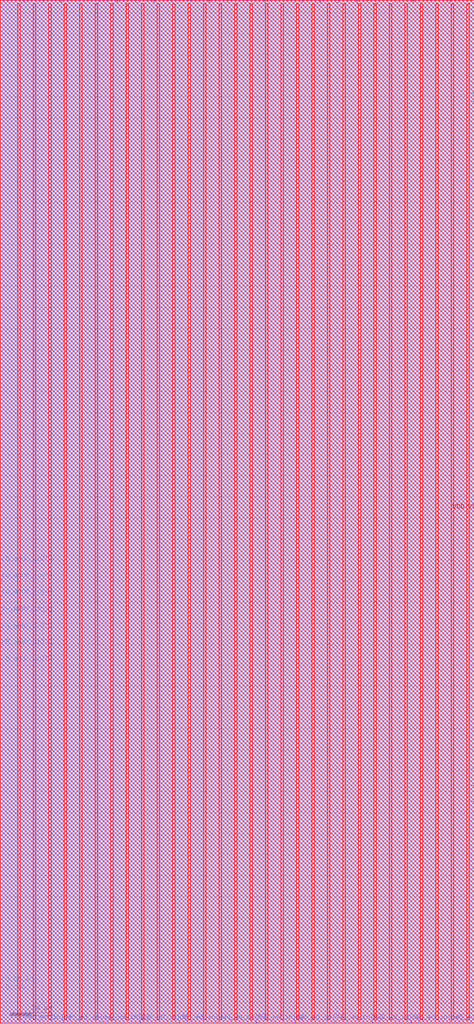
<source format=lef>
# Generated by OpenFakeRAM
VERSION 5.7 ;
BUSBITCHARS "[]" ;
PROPERTYDEFINITIONS
  MACRO width INTEGER ;
  MACRO depth INTEGER ;
  MACRO banks INTEGER ;
END PROPERTYDEFINITIONS
MACRO fakeram_1rw1r_12w128d_sram
  PROPERTY width 12 ;
  PROPERTY depth 128 ;
  PROPERTY banks 1 ;
  FOREIGN fakeram_1rw1r_12w128d_sram 0 0 ;
  SYMMETRY X Y R90 ;
  SIZE 225.400 BY 485.920 ;
  CLASS BLOCK ;
  PIN r0_clk
    DIRECTION INPUT ;
    USE SIGNAL ;
    SHAPE ABUTMENT ;
    PORT
      LAYER met3 ;
      RECT 0.000 14.810 0.800 15.110 ;
    END
  END r0_clk
  PIN r0_ce_in
    DIRECTION INPUT ;
    USE SIGNAL ;
    SHAPE ABUTMENT ;
    PORT
      LAYER met3 ;
      RECT 0.000 18.890 0.800 19.190 ;
    END
  END r0_ce_in
  PIN r0_addr_in[0]
    DIRECTION INPUT ;
    USE SIGNAL ;
    SHAPE ABUTMENT ;
    PORT
      LAYER met3 ;
      RECT 0.000 170.530 0.800 170.830 ;
    END
  END r0_addr_in[0]
  PIN r0_addr_in[1]
    DIRECTION INPUT ;
    USE SIGNAL ;
    SHAPE ABUTMENT ;
    PORT
      LAYER met3 ;
      RECT 0.000 178.690 0.800 178.990 ;
    END
  END r0_addr_in[1]
  PIN r0_addr_in[2]
    DIRECTION INPUT ;
    USE SIGNAL ;
    SHAPE ABUTMENT ;
    PORT
      LAYER met3 ;
      RECT 0.000 186.170 0.800 186.470 ;
    END
  END r0_addr_in[2]
  PIN r0_addr_in[3]
    DIRECTION INPUT ;
    USE SIGNAL ;
    SHAPE ABUTMENT ;
    PORT
      LAYER met3 ;
      RECT 0.000 194.330 0.800 194.630 ;
    END
  END r0_addr_in[3]
  PIN r0_addr_in[4]
    DIRECTION INPUT ;
    USE SIGNAL ;
    SHAPE ABUTMENT ;
    PORT
      LAYER met3 ;
      RECT 0.000 202.490 0.800 202.790 ;
    END
  END r0_addr_in[4]
  PIN r0_addr_in[5]
    DIRECTION INPUT ;
    USE SIGNAL ;
    SHAPE ABUTMENT ;
    PORT
      LAYER met3 ;
      RECT 0.000 209.970 0.800 210.270 ;
    END
  END r0_addr_in[5]
  PIN r0_addr_in[6]
    DIRECTION INPUT ;
    USE SIGNAL ;
    SHAPE ABUTMENT ;
    PORT
      LAYER met3 ;
      RECT 0.000 218.130 0.800 218.430 ;
    END
  END r0_addr_in[6]
  PIN rw0_rd_out[0]
    DIRECTION OUTPUT ;
    USE SIGNAL ;
    SHAPE ABUTMENT ;
    PORT
      LAYER met2 ;
      RECT 11.350 485.120 11.650 485.920 ;
    END
  END rw0_rd_out[0]
  PIN r0_rd_out[0]
    DIRECTION OUTPUT ;
    USE SIGNAL ;
    SHAPE ABUTMENT ;
    PORT
      LAYER met2 ;
      RECT 20.090 485.120 20.390 485.920 ;
    END
  END r0_rd_out[0]
  PIN rw0_rd_out[1]
    DIRECTION OUTPUT ;
    USE SIGNAL ;
    SHAPE ABUTMENT ;
    PORT
      LAYER met2 ;
      RECT 28.830 485.120 29.130 485.920 ;
    END
  END rw0_rd_out[1]
  PIN r0_rd_out[1]
    DIRECTION OUTPUT ;
    USE SIGNAL ;
    SHAPE ABUTMENT ;
    PORT
      LAYER met2 ;
      RECT 37.570 485.120 37.870 485.920 ;
    END
  END r0_rd_out[1]
  PIN rw0_rd_out[2]
    DIRECTION OUTPUT ;
    USE SIGNAL ;
    SHAPE ABUTMENT ;
    PORT
      LAYER met2 ;
      RECT 46.770 485.120 47.070 485.920 ;
    END
  END rw0_rd_out[2]
  PIN r0_rd_out[2]
    DIRECTION OUTPUT ;
    USE SIGNAL ;
    SHAPE ABUTMENT ;
    PORT
      LAYER met2 ;
      RECT 55.510 485.120 55.810 485.920 ;
    END
  END r0_rd_out[2]
  PIN rw0_rd_out[3]
    DIRECTION OUTPUT ;
    USE SIGNAL ;
    SHAPE ABUTMENT ;
    PORT
      LAYER met2 ;
      RECT 64.250 485.120 64.550 485.920 ;
    END
  END rw0_rd_out[3]
  PIN r0_rd_out[3]
    DIRECTION OUTPUT ;
    USE SIGNAL ;
    SHAPE ABUTMENT ;
    PORT
      LAYER met2 ;
      RECT 72.990 485.120 73.290 485.920 ;
    END
  END r0_rd_out[3]
  PIN rw0_rd_out[4]
    DIRECTION OUTPUT ;
    USE SIGNAL ;
    SHAPE ABUTMENT ;
    PORT
      LAYER met2 ;
      RECT 81.730 485.120 82.030 485.920 ;
    END
  END rw0_rd_out[4]
  PIN r0_rd_out[4]
    DIRECTION OUTPUT ;
    USE SIGNAL ;
    SHAPE ABUTMENT ;
    PORT
      LAYER met2 ;
      RECT 90.470 485.120 90.770 485.920 ;
    END
  END r0_rd_out[4]
  PIN rw0_rd_out[5]
    DIRECTION OUTPUT ;
    USE SIGNAL ;
    SHAPE ABUTMENT ;
    PORT
      LAYER met2 ;
      RECT 99.210 485.120 99.510 485.920 ;
    END
  END rw0_rd_out[5]
  PIN r0_rd_out[5]
    DIRECTION OUTPUT ;
    USE SIGNAL ;
    SHAPE ABUTMENT ;
    PORT
      LAYER met2 ;
      RECT 107.950 485.120 108.250 485.920 ;
    END
  END r0_rd_out[5]
  PIN rw0_rd_out[6]
    DIRECTION OUTPUT ;
    USE SIGNAL ;
    SHAPE ABUTMENT ;
    PORT
      LAYER met2 ;
      RECT 117.150 485.120 117.450 485.920 ;
    END
  END rw0_rd_out[6]
  PIN r0_rd_out[6]
    DIRECTION OUTPUT ;
    USE SIGNAL ;
    SHAPE ABUTMENT ;
    PORT
      LAYER met2 ;
      RECT 125.890 485.120 126.190 485.920 ;
    END
  END r0_rd_out[6]
  PIN rw0_rd_out[7]
    DIRECTION OUTPUT ;
    USE SIGNAL ;
    SHAPE ABUTMENT ;
    PORT
      LAYER met2 ;
      RECT 134.630 485.120 134.930 485.920 ;
    END
  END rw0_rd_out[7]
  PIN r0_rd_out[7]
    DIRECTION OUTPUT ;
    USE SIGNAL ;
    SHAPE ABUTMENT ;
    PORT
      LAYER met2 ;
      RECT 143.370 485.120 143.670 485.920 ;
    END
  END r0_rd_out[7]
  PIN rw0_rd_out[8]
    DIRECTION OUTPUT ;
    USE SIGNAL ;
    SHAPE ABUTMENT ;
    PORT
      LAYER met2 ;
      RECT 152.110 485.120 152.410 485.920 ;
    END
  END rw0_rd_out[8]
  PIN r0_rd_out[8]
    DIRECTION OUTPUT ;
    USE SIGNAL ;
    SHAPE ABUTMENT ;
    PORT
      LAYER met2 ;
      RECT 160.850 485.120 161.150 485.920 ;
    END
  END r0_rd_out[8]
  PIN rw0_rd_out[9]
    DIRECTION OUTPUT ;
    USE SIGNAL ;
    SHAPE ABUTMENT ;
    PORT
      LAYER met2 ;
      RECT 169.590 485.120 169.890 485.920 ;
    END
  END rw0_rd_out[9]
  PIN r0_rd_out[9]
    DIRECTION OUTPUT ;
    USE SIGNAL ;
    SHAPE ABUTMENT ;
    PORT
      LAYER met2 ;
      RECT 178.330 485.120 178.630 485.920 ;
    END
  END r0_rd_out[9]
  PIN rw0_rd_out[10]
    DIRECTION OUTPUT ;
    USE SIGNAL ;
    SHAPE ABUTMENT ;
    PORT
      LAYER met2 ;
      RECT 187.530 485.120 187.830 485.920 ;
    END
  END rw0_rd_out[10]
  PIN r0_rd_out[10]
    DIRECTION OUTPUT ;
    USE SIGNAL ;
    SHAPE ABUTMENT ;
    PORT
      LAYER met2 ;
      RECT 196.270 485.120 196.570 485.920 ;
    END
  END r0_rd_out[10]
  PIN rw0_rd_out[11]
    DIRECTION OUTPUT ;
    USE SIGNAL ;
    SHAPE ABUTMENT ;
    PORT
      LAYER met2 ;
      RECT 205.010 485.120 205.310 485.920 ;
    END
  END rw0_rd_out[11]
  PIN r0_rd_out[11]
    DIRECTION OUTPUT ;
    USE SIGNAL ;
    SHAPE ABUTMENT ;
    PORT
      LAYER met2 ;
      RECT 213.750 485.120 214.050 485.920 ;
    END
  END r0_rd_out[11]
  PIN rw0_clk
    DIRECTION INPUT ;
    USE SIGNAL ;
    SHAPE ABUTMENT ;
    PORT
      LAYER met3 ;
      RECT 224.600 437.770 225.400 438.070 ;
    END
  END rw0_clk
  PIN rw0_ce_in
    DIRECTION INPUT ;
    USE SIGNAL ;
    SHAPE ABUTMENT ;
    PORT
      LAYER met3 ;
      RECT 224.600 441.850 225.400 442.150 ;
    END
  END rw0_ce_in
  PIN rw0_we_in
    DIRECTION INPUT ;
    USE SIGNAL ;
    SHAPE ABUTMENT ;
    PORT
      LAYER met3 ;
      RECT 224.600 446.610 225.400 446.910 ;
    END
  END rw0_we_in
  PIN rw0_addr_in[0]
    DIRECTION INPUT ;
    USE SIGNAL ;
    SHAPE ABUTMENT ;
    PORT
      LAYER met3 ;
      RECT 224.600 73.290 225.400 73.590 ;
    END
  END rw0_addr_in[0]
  PIN rw0_addr_in[1]
    DIRECTION INPUT ;
    USE SIGNAL ;
    SHAPE ABUTMENT ;
    PORT
      LAYER met3 ;
      RECT 224.600 81.450 225.400 81.750 ;
    END
  END rw0_addr_in[1]
  PIN rw0_addr_in[2]
    DIRECTION INPUT ;
    USE SIGNAL ;
    SHAPE ABUTMENT ;
    PORT
      LAYER met3 ;
      RECT 224.600 88.930 225.400 89.230 ;
    END
  END rw0_addr_in[2]
  PIN rw0_addr_in[3]
    DIRECTION INPUT ;
    USE SIGNAL ;
    SHAPE ABUTMENT ;
    PORT
      LAYER met3 ;
      RECT 224.600 97.090 225.400 97.390 ;
    END
  END rw0_addr_in[3]
  PIN rw0_addr_in[4]
    DIRECTION INPUT ;
    USE SIGNAL ;
    SHAPE ABUTMENT ;
    PORT
      LAYER met3 ;
      RECT 224.600 105.250 225.400 105.550 ;
    END
  END rw0_addr_in[4]
  PIN rw0_addr_in[5]
    DIRECTION INPUT ;
    USE SIGNAL ;
    SHAPE ABUTMENT ;
    PORT
      LAYER met3 ;
      RECT 224.600 112.730 225.400 113.030 ;
    END
  END rw0_addr_in[5]
  PIN rw0_addr_in[6]
    DIRECTION INPUT ;
    USE SIGNAL ;
    SHAPE ABUTMENT ;
    PORT
      LAYER met3 ;
      RECT 224.600 120.890 225.400 121.190 ;
    END
  END rw0_addr_in[6]
  PIN rw0_wd_in[0]
    DIRECTION INPUT ;
    USE SIGNAL ;
    SHAPE ABUTMENT ;
    PORT
      LAYER met2 ;
      RECT 11.350 0.000 11.650 0.800 ;
    END
  END rw0_wd_in[0]
  PIN rw0_wd_in[1]
    DIRECTION INPUT ;
    USE SIGNAL ;
    SHAPE ABUTMENT ;
    PORT
      LAYER met2 ;
      RECT 29.750 0.000 30.050 0.800 ;
    END
  END rw0_wd_in[1]
  PIN rw0_wd_in[2]
    DIRECTION INPUT ;
    USE SIGNAL ;
    SHAPE ABUTMENT ;
    PORT
      LAYER met2 ;
      RECT 48.150 0.000 48.450 0.800 ;
    END
  END rw0_wd_in[2]
  PIN rw0_wd_in[3]
    DIRECTION INPUT ;
    USE SIGNAL ;
    SHAPE ABUTMENT ;
    PORT
      LAYER met2 ;
      RECT 66.550 0.000 66.850 0.800 ;
    END
  END rw0_wd_in[3]
  PIN rw0_wd_in[4]
    DIRECTION INPUT ;
    USE SIGNAL ;
    SHAPE ABUTMENT ;
    PORT
      LAYER met2 ;
      RECT 84.950 0.000 85.250 0.800 ;
    END
  END rw0_wd_in[4]
  PIN rw0_wd_in[5]
    DIRECTION INPUT ;
    USE SIGNAL ;
    SHAPE ABUTMENT ;
    PORT
      LAYER met2 ;
      RECT 103.350 0.000 103.650 0.800 ;
    END
  END rw0_wd_in[5]
  PIN rw0_wd_in[6]
    DIRECTION INPUT ;
    USE SIGNAL ;
    SHAPE ABUTMENT ;
    PORT
      LAYER met2 ;
      RECT 121.750 0.000 122.050 0.800 ;
    END
  END rw0_wd_in[6]
  PIN rw0_wd_in[7]
    DIRECTION INPUT ;
    USE SIGNAL ;
    SHAPE ABUTMENT ;
    PORT
      LAYER met2 ;
      RECT 140.150 0.000 140.450 0.800 ;
    END
  END rw0_wd_in[7]
  PIN rw0_wd_in[8]
    DIRECTION INPUT ;
    USE SIGNAL ;
    SHAPE ABUTMENT ;
    PORT
      LAYER met2 ;
      RECT 158.550 0.000 158.850 0.800 ;
    END
  END rw0_wd_in[8]
  PIN rw0_wd_in[9]
    DIRECTION INPUT ;
    USE SIGNAL ;
    SHAPE ABUTMENT ;
    PORT
      LAYER met2 ;
      RECT 176.950 0.000 177.250 0.800 ;
    END
  END rw0_wd_in[9]
  PIN rw0_wd_in[10]
    DIRECTION INPUT ;
    USE SIGNAL ;
    SHAPE ABUTMENT ;
    PORT
      LAYER met2 ;
      RECT 195.350 0.000 195.650 0.800 ;
    END
  END rw0_wd_in[10]
  PIN rw0_wd_in[11]
    DIRECTION INPUT ;
    USE SIGNAL ;
    SHAPE ABUTMENT ;
    PORT
      LAYER met2 ;
      RECT 213.750 0.000 214.050 0.800 ;
    END
  END rw0_wd_in[11]
  PIN VSS
    DIRECTION INOUT ;
    USE GROUND ;
    PORT
      LAYER met4 ;
      RECT 15.720 1.600 16.920 484.320 ;
      RECT 30.440 1.600 31.640 484.320 ;
      RECT 45.160 1.600 46.360 484.320 ;
      RECT 59.880 1.600 61.080 484.320 ;
      RECT 74.600 1.600 75.800 484.320 ;
      RECT 89.320 1.600 90.520 484.320 ;
      RECT 104.040 1.600 105.240 484.320 ;
      RECT 118.760 1.600 119.960 484.320 ;
      RECT 133.480 1.600 134.680 484.320 ;
      RECT 148.200 1.600 149.400 484.320 ;
      RECT 162.920 1.600 164.120 484.320 ;
      RECT 177.640 1.600 178.840 484.320 ;
      RECT 192.360 1.600 193.560 484.320 ;
      RECT 207.080 1.600 208.280 484.320 ;
      RECT 221.800 1.600 223.000 484.320 ;
    END
  END VSS
  PIN VDD
    DIRECTION INOUT ;
    USE POWER ;
    PORT
      LAYER met4 ;
      RECT 8.360 1.600 9.560 484.320 ;
      RECT 23.080 1.600 24.280 484.320 ;
      RECT 37.800 1.600 39.000 484.320 ;
      RECT 52.520 1.600 53.720 484.320 ;
      RECT 67.240 1.600 68.440 484.320 ;
      RECT 81.960 1.600 83.160 484.320 ;
      RECT 96.680 1.600 97.880 484.320 ;
      RECT 111.400 1.600 112.600 484.320 ;
      RECT 126.120 1.600 127.320 484.320 ;
      RECT 140.840 1.600 142.040 484.320 ;
      RECT 155.560 1.600 156.760 484.320 ;
      RECT 170.280 1.600 171.480 484.320 ;
      RECT 185.000 1.600 186.200 484.320 ;
      RECT 199.720 1.600 200.920 484.320 ;
      RECT 214.440 1.600 215.640 484.320 ;
    END
  END VDD
  OBS
    LAYER met1 ;
    RECT 0 0 225.400 485.920 ;
    LAYER met2 ;
    RECT 0 0 225.400 485.920 ;
    LAYER met3 ;
    RECT 0 0 225.400 485.920 ;
    LAYER met4 ;
    RECT 0 0 225.400 485.920 ;
    LAYER OVERLAP ;
    RECT 0 0 225.400 485.920 ;
  END
END fakeram_1rw1r_12w128d_sram

END LIBRARY

</source>
